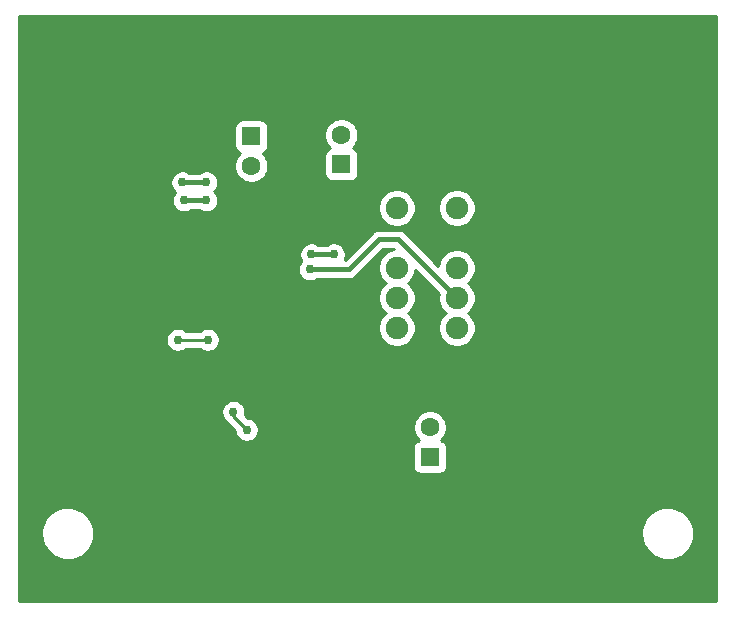
<source format=gbl>
G04 #@! TF.GenerationSoftware,KiCad,Pcbnew,(5.1.0)-1*
G04 #@! TF.CreationDate,2019-04-13T18:44:09-04:00*
G04 #@! TF.ProjectId,SCH1110 - IO Module PCB,53434831-3131-4302-902d-20494f204d6f,-*
G04 #@! TF.SameCoordinates,Original*
G04 #@! TF.FileFunction,Copper,L2,Bot*
G04 #@! TF.FilePolarity,Positive*
%FSLAX46Y46*%
G04 Gerber Fmt 4.6, Leading zero omitted, Abs format (unit mm)*
G04 Created by KiCad (PCBNEW (5.1.0)-1) date 2019-04-13 18:44:09*
%MOMM*%
%LPD*%
G04 APERTURE LIST*
%ADD10C,1.600000*%
%ADD11R,1.600000X1.600000*%
%ADD12C,1.905000*%
%ADD13C,0.762000*%
%ADD14C,0.254000*%
%ADD15C,0.381000*%
G04 APERTURE END LIST*
D10*
X137033000Y-86273000D03*
D11*
X137033000Y-88773000D03*
X121920000Y-61635000D03*
D10*
X121920000Y-64135000D03*
D12*
X139319000Y-67691000D03*
X139319000Y-72771000D03*
X139319000Y-75311000D03*
X139319000Y-77851000D03*
X134239000Y-77851000D03*
X134239000Y-72771000D03*
X134239000Y-75311000D03*
X134239000Y-67691000D03*
D11*
X129540000Y-64008000D03*
D10*
X129540000Y-61508000D03*
D13*
X109876000Y-81767000D03*
X117856000Y-75311000D03*
X113665000Y-75057000D03*
X131318000Y-85090000D03*
X123063000Y-79375000D03*
X105283000Y-80391000D03*
X115697000Y-78867000D03*
X118237000Y-78867000D03*
X120396000Y-84963000D03*
X121539000Y-86487000D03*
X128905000Y-71628000D03*
X127000000Y-71628000D03*
X118110000Y-65532000D03*
X116078000Y-65532000D03*
X116205000Y-67056000D03*
X118110000Y-67056000D03*
X126873000Y-72898000D03*
D14*
X115697000Y-78867000D02*
X118237000Y-78867000D01*
X120396000Y-84963000D02*
X120396000Y-85344000D01*
X120396000Y-85344000D02*
X121539000Y-86487000D01*
D15*
X128905000Y-71628000D02*
X127000000Y-71628000D01*
X118110000Y-65532000D02*
X116078000Y-65532000D01*
X118110000Y-67056000D02*
X116205000Y-67056000D01*
X130175000Y-72898000D02*
X128905000Y-72898000D01*
X132715000Y-70358000D02*
X130175000Y-72898000D01*
X139319000Y-75311000D02*
X134366000Y-70358000D01*
X134366000Y-70358000D02*
X132715000Y-70358000D01*
X128905000Y-72898000D02*
X126873000Y-72898000D01*
D14*
G36*
X161277301Y-100952300D02*
G01*
X102247700Y-100952300D01*
X102247700Y-95281488D01*
X104107520Y-95281488D01*
X104156582Y-95718882D01*
X104289666Y-96138418D01*
X104501704Y-96524114D01*
X104784619Y-96861279D01*
X105127635Y-97137071D01*
X105517687Y-97340985D01*
X105939918Y-97465254D01*
X106378244Y-97505145D01*
X106815971Y-97459138D01*
X107236425Y-97328986D01*
X107623592Y-97119646D01*
X107962724Y-96839091D01*
X108240904Y-96498009D01*
X108447536Y-96109390D01*
X108574750Y-95688037D01*
X108614612Y-95281488D01*
X154907520Y-95281488D01*
X154956582Y-95718882D01*
X155089666Y-96138418D01*
X155301704Y-96524114D01*
X155584619Y-96861279D01*
X155927635Y-97137071D01*
X156317687Y-97340985D01*
X156739918Y-97465254D01*
X157178244Y-97505145D01*
X157615971Y-97459138D01*
X158036425Y-97328986D01*
X158423592Y-97119646D01*
X158762724Y-96839091D01*
X159040904Y-96498009D01*
X159247536Y-96109390D01*
X159374750Y-95688037D01*
X159417700Y-95250000D01*
X159416821Y-95187031D01*
X159361657Y-94750364D01*
X159222728Y-94332728D01*
X159005325Y-93950030D01*
X158717730Y-93616848D01*
X158370897Y-93345872D01*
X157978036Y-93147423D01*
X157554111Y-93029062D01*
X157115271Y-92995295D01*
X156678229Y-93047409D01*
X156259633Y-93183419D01*
X155875427Y-93398144D01*
X155540245Y-93683406D01*
X155266854Y-94028340D01*
X155065668Y-94419806D01*
X154944350Y-94842893D01*
X154907520Y-95281488D01*
X108614612Y-95281488D01*
X108617700Y-95250000D01*
X108616821Y-95187031D01*
X108561657Y-94750364D01*
X108422728Y-94332728D01*
X108205325Y-93950030D01*
X107917730Y-93616848D01*
X107570897Y-93345872D01*
X107178036Y-93147423D01*
X106754111Y-93029062D01*
X106315271Y-92995295D01*
X105878229Y-93047409D01*
X105459633Y-93183419D01*
X105075427Y-93398144D01*
X104740245Y-93683406D01*
X104466854Y-94028340D01*
X104265668Y-94419806D01*
X104144350Y-94842893D01*
X104107520Y-95281488D01*
X102247700Y-95281488D01*
X102247700Y-87973000D01*
X135594928Y-87973000D01*
X135594928Y-89573000D01*
X135607188Y-89697482D01*
X135643498Y-89817180D01*
X135702463Y-89927494D01*
X135781815Y-90024185D01*
X135878506Y-90103537D01*
X135988820Y-90162502D01*
X136108518Y-90198812D01*
X136233000Y-90211072D01*
X137833000Y-90211072D01*
X137957482Y-90198812D01*
X138077180Y-90162502D01*
X138187494Y-90103537D01*
X138284185Y-90024185D01*
X138363537Y-89927494D01*
X138422502Y-89817180D01*
X138458812Y-89697482D01*
X138471072Y-89573000D01*
X138471072Y-87973000D01*
X138458812Y-87848518D01*
X138422502Y-87728820D01*
X138363537Y-87618506D01*
X138284185Y-87521815D01*
X138187494Y-87442463D01*
X138077180Y-87383498D01*
X137981057Y-87354339D01*
X138147637Y-87187759D01*
X138304680Y-86952727D01*
X138412853Y-86691574D01*
X138468000Y-86414335D01*
X138468000Y-86131665D01*
X138412853Y-85854426D01*
X138304680Y-85593273D01*
X138147637Y-85358241D01*
X137947759Y-85158363D01*
X137712727Y-85001320D01*
X137451574Y-84893147D01*
X137174335Y-84838000D01*
X136891665Y-84838000D01*
X136614426Y-84893147D01*
X136353273Y-85001320D01*
X136118241Y-85158363D01*
X135918363Y-85358241D01*
X135761320Y-85593273D01*
X135653147Y-85854426D01*
X135598000Y-86131665D01*
X135598000Y-86414335D01*
X135653147Y-86691574D01*
X135761320Y-86952727D01*
X135918363Y-87187759D01*
X136084943Y-87354339D01*
X135988820Y-87383498D01*
X135878506Y-87442463D01*
X135781815Y-87521815D01*
X135702463Y-87618506D01*
X135643498Y-87728820D01*
X135607188Y-87848518D01*
X135594928Y-87973000D01*
X102247700Y-87973000D01*
X102247700Y-84862933D01*
X119380000Y-84862933D01*
X119380000Y-85063067D01*
X119419044Y-85259356D01*
X119495632Y-85444256D01*
X119606821Y-85610662D01*
X119748338Y-85752179D01*
X119751164Y-85754067D01*
X119759355Y-85769392D01*
X119854578Y-85885422D01*
X119883652Y-85909282D01*
X120523000Y-86548631D01*
X120523000Y-86587067D01*
X120562044Y-86783356D01*
X120638632Y-86968256D01*
X120749821Y-87134662D01*
X120891338Y-87276179D01*
X121057744Y-87387368D01*
X121242644Y-87463956D01*
X121438933Y-87503000D01*
X121639067Y-87503000D01*
X121835356Y-87463956D01*
X122020256Y-87387368D01*
X122186662Y-87276179D01*
X122328179Y-87134662D01*
X122439368Y-86968256D01*
X122515956Y-86783356D01*
X122555000Y-86587067D01*
X122555000Y-86386933D01*
X122515956Y-86190644D01*
X122439368Y-86005744D01*
X122328179Y-85839338D01*
X122186662Y-85697821D01*
X122020256Y-85586632D01*
X121835356Y-85510044D01*
X121639067Y-85471000D01*
X121600631Y-85471000D01*
X121375616Y-85245985D01*
X121412000Y-85063067D01*
X121412000Y-84862933D01*
X121372956Y-84666644D01*
X121296368Y-84481744D01*
X121185179Y-84315338D01*
X121043662Y-84173821D01*
X120877256Y-84062632D01*
X120692356Y-83986044D01*
X120496067Y-83947000D01*
X120295933Y-83947000D01*
X120099644Y-83986044D01*
X119914744Y-84062632D01*
X119748338Y-84173821D01*
X119606821Y-84315338D01*
X119495632Y-84481744D01*
X119419044Y-84666644D01*
X119380000Y-84862933D01*
X102247700Y-84862933D01*
X102247700Y-78766933D01*
X114681000Y-78766933D01*
X114681000Y-78967067D01*
X114720044Y-79163356D01*
X114796632Y-79348256D01*
X114907821Y-79514662D01*
X115049338Y-79656179D01*
X115215744Y-79767368D01*
X115400644Y-79843956D01*
X115596933Y-79883000D01*
X115797067Y-79883000D01*
X115993356Y-79843956D01*
X116178256Y-79767368D01*
X116344662Y-79656179D01*
X116371841Y-79629000D01*
X117562159Y-79629000D01*
X117589338Y-79656179D01*
X117755744Y-79767368D01*
X117940644Y-79843956D01*
X118136933Y-79883000D01*
X118337067Y-79883000D01*
X118533356Y-79843956D01*
X118718256Y-79767368D01*
X118884662Y-79656179D01*
X119026179Y-79514662D01*
X119137368Y-79348256D01*
X119213956Y-79163356D01*
X119253000Y-78967067D01*
X119253000Y-78766933D01*
X119213956Y-78570644D01*
X119137368Y-78385744D01*
X119026179Y-78219338D01*
X118884662Y-78077821D01*
X118718256Y-77966632D01*
X118533356Y-77890044D01*
X118337067Y-77851000D01*
X118136933Y-77851000D01*
X117940644Y-77890044D01*
X117755744Y-77966632D01*
X117589338Y-78077821D01*
X117562159Y-78105000D01*
X116371841Y-78105000D01*
X116344662Y-78077821D01*
X116178256Y-77966632D01*
X115993356Y-77890044D01*
X115797067Y-77851000D01*
X115596933Y-77851000D01*
X115400644Y-77890044D01*
X115215744Y-77966632D01*
X115049338Y-78077821D01*
X114907821Y-78219338D01*
X114796632Y-78385744D01*
X114720044Y-78570644D01*
X114681000Y-78766933D01*
X102247700Y-78766933D01*
X102247700Y-72797933D01*
X125857000Y-72797933D01*
X125857000Y-72998067D01*
X125896044Y-73194356D01*
X125972632Y-73379256D01*
X126083821Y-73545662D01*
X126225338Y-73687179D01*
X126391744Y-73798368D01*
X126576644Y-73874956D01*
X126772933Y-73914000D01*
X126973067Y-73914000D01*
X127169356Y-73874956D01*
X127354256Y-73798368D01*
X127466304Y-73723500D01*
X130134450Y-73723500D01*
X130175000Y-73727494D01*
X130215550Y-73723500D01*
X130215553Y-73723500D01*
X130336826Y-73711556D01*
X130492434Y-73664353D01*
X130635842Y-73587699D01*
X130761541Y-73484541D01*
X130787398Y-73453034D01*
X133056933Y-71183500D01*
X134024068Y-71183500D01*
X134033786Y-71193219D01*
X133775943Y-71244507D01*
X133487037Y-71364176D01*
X133227028Y-71537908D01*
X133005908Y-71759028D01*
X132832176Y-72019037D01*
X132712507Y-72307943D01*
X132651500Y-72614645D01*
X132651500Y-72927355D01*
X132712507Y-73234057D01*
X132832176Y-73522963D01*
X133005908Y-73782972D01*
X133227028Y-74004092D01*
X133282265Y-74041000D01*
X133227028Y-74077908D01*
X133005908Y-74299028D01*
X132832176Y-74559037D01*
X132712507Y-74847943D01*
X132651500Y-75154645D01*
X132651500Y-75467355D01*
X132712507Y-75774057D01*
X132832176Y-76062963D01*
X133005908Y-76322972D01*
X133227028Y-76544092D01*
X133282265Y-76581000D01*
X133227028Y-76617908D01*
X133005908Y-76839028D01*
X132832176Y-77099037D01*
X132712507Y-77387943D01*
X132651500Y-77694645D01*
X132651500Y-78007355D01*
X132712507Y-78314057D01*
X132832176Y-78602963D01*
X133005908Y-78862972D01*
X133227028Y-79084092D01*
X133487037Y-79257824D01*
X133775943Y-79377493D01*
X134082645Y-79438500D01*
X134395355Y-79438500D01*
X134702057Y-79377493D01*
X134990963Y-79257824D01*
X135250972Y-79084092D01*
X135472092Y-78862972D01*
X135645824Y-78602963D01*
X135765493Y-78314057D01*
X135826500Y-78007355D01*
X135826500Y-77694645D01*
X135765493Y-77387943D01*
X135645824Y-77099037D01*
X135472092Y-76839028D01*
X135250972Y-76617908D01*
X135195735Y-76581000D01*
X135250972Y-76544092D01*
X135472092Y-76322972D01*
X135645824Y-76062963D01*
X135765493Y-75774057D01*
X135826500Y-75467355D01*
X135826500Y-75154645D01*
X135765493Y-74847943D01*
X135645824Y-74559037D01*
X135472092Y-74299028D01*
X135250972Y-74077908D01*
X135195735Y-74041000D01*
X135250972Y-74004092D01*
X135472092Y-73782972D01*
X135645824Y-73522963D01*
X135765493Y-73234057D01*
X135816781Y-72976214D01*
X137775253Y-74934686D01*
X137731500Y-75154645D01*
X137731500Y-75467355D01*
X137792507Y-75774057D01*
X137912176Y-76062963D01*
X138085908Y-76322972D01*
X138307028Y-76544092D01*
X138362265Y-76581000D01*
X138307028Y-76617908D01*
X138085908Y-76839028D01*
X137912176Y-77099037D01*
X137792507Y-77387943D01*
X137731500Y-77694645D01*
X137731500Y-78007355D01*
X137792507Y-78314057D01*
X137912176Y-78602963D01*
X138085908Y-78862972D01*
X138307028Y-79084092D01*
X138567037Y-79257824D01*
X138855943Y-79377493D01*
X139162645Y-79438500D01*
X139475355Y-79438500D01*
X139782057Y-79377493D01*
X140070963Y-79257824D01*
X140330972Y-79084092D01*
X140552092Y-78862972D01*
X140725824Y-78602963D01*
X140845493Y-78314057D01*
X140906500Y-78007355D01*
X140906500Y-77694645D01*
X140845493Y-77387943D01*
X140725824Y-77099037D01*
X140552092Y-76839028D01*
X140330972Y-76617908D01*
X140275735Y-76581000D01*
X140330972Y-76544092D01*
X140552092Y-76322972D01*
X140725824Y-76062963D01*
X140845493Y-75774057D01*
X140906500Y-75467355D01*
X140906500Y-75154645D01*
X140845493Y-74847943D01*
X140725824Y-74559037D01*
X140552092Y-74299028D01*
X140330972Y-74077908D01*
X140275735Y-74041000D01*
X140330972Y-74004092D01*
X140552092Y-73782972D01*
X140725824Y-73522963D01*
X140845493Y-73234057D01*
X140906500Y-72927355D01*
X140906500Y-72614645D01*
X140845493Y-72307943D01*
X140725824Y-72019037D01*
X140552092Y-71759028D01*
X140330972Y-71537908D01*
X140070963Y-71364176D01*
X139782057Y-71244507D01*
X139475355Y-71183500D01*
X139162645Y-71183500D01*
X138855943Y-71244507D01*
X138567037Y-71364176D01*
X138307028Y-71537908D01*
X138085908Y-71759028D01*
X137912176Y-72019037D01*
X137792507Y-72307943D01*
X137741219Y-72565786D01*
X134978398Y-69802966D01*
X134952541Y-69771459D01*
X134826842Y-69668301D01*
X134683434Y-69591647D01*
X134527826Y-69544444D01*
X134406553Y-69532500D01*
X134406550Y-69532500D01*
X134366000Y-69528506D01*
X134325450Y-69532500D01*
X132755542Y-69532500D01*
X132714999Y-69528507D01*
X132674456Y-69532500D01*
X132674447Y-69532500D01*
X132553174Y-69544444D01*
X132397566Y-69591647D01*
X132263417Y-69663352D01*
X132254156Y-69668302D01*
X132198033Y-69714361D01*
X132128459Y-69771459D01*
X132102606Y-69802961D01*
X129833068Y-72072500D01*
X129820593Y-72072500D01*
X129881956Y-71924356D01*
X129921000Y-71728067D01*
X129921000Y-71527933D01*
X129881956Y-71331644D01*
X129805368Y-71146744D01*
X129694179Y-70980338D01*
X129552662Y-70838821D01*
X129386256Y-70727632D01*
X129201356Y-70651044D01*
X129005067Y-70612000D01*
X128804933Y-70612000D01*
X128608644Y-70651044D01*
X128423744Y-70727632D01*
X128311696Y-70802500D01*
X127593304Y-70802500D01*
X127481256Y-70727632D01*
X127296356Y-70651044D01*
X127100067Y-70612000D01*
X126899933Y-70612000D01*
X126703644Y-70651044D01*
X126518744Y-70727632D01*
X126352338Y-70838821D01*
X126210821Y-70980338D01*
X126099632Y-71146744D01*
X126023044Y-71331644D01*
X125984000Y-71527933D01*
X125984000Y-71728067D01*
X126023044Y-71924356D01*
X126099632Y-72109256D01*
X126149809Y-72184350D01*
X126083821Y-72250338D01*
X125972632Y-72416744D01*
X125896044Y-72601644D01*
X125857000Y-72797933D01*
X102247700Y-72797933D01*
X102247700Y-65431933D01*
X115062000Y-65431933D01*
X115062000Y-65632067D01*
X115101044Y-65828356D01*
X115177632Y-66013256D01*
X115288821Y-66179662D01*
X115430338Y-66321179D01*
X115473884Y-66350275D01*
X115415821Y-66408338D01*
X115304632Y-66574744D01*
X115228044Y-66759644D01*
X115189000Y-66955933D01*
X115189000Y-67156067D01*
X115228044Y-67352356D01*
X115304632Y-67537256D01*
X115415821Y-67703662D01*
X115557338Y-67845179D01*
X115723744Y-67956368D01*
X115908644Y-68032956D01*
X116104933Y-68072000D01*
X116305067Y-68072000D01*
X116501356Y-68032956D01*
X116686256Y-67956368D01*
X116798304Y-67881500D01*
X117516696Y-67881500D01*
X117628744Y-67956368D01*
X117813644Y-68032956D01*
X118009933Y-68072000D01*
X118210067Y-68072000D01*
X118406356Y-68032956D01*
X118591256Y-67956368D01*
X118757662Y-67845179D01*
X118899179Y-67703662D01*
X119010368Y-67537256D01*
X119011449Y-67534645D01*
X132651500Y-67534645D01*
X132651500Y-67847355D01*
X132712507Y-68154057D01*
X132832176Y-68442963D01*
X133005908Y-68702972D01*
X133227028Y-68924092D01*
X133487037Y-69097824D01*
X133775943Y-69217493D01*
X134082645Y-69278500D01*
X134395355Y-69278500D01*
X134702057Y-69217493D01*
X134990963Y-69097824D01*
X135250972Y-68924092D01*
X135472092Y-68702972D01*
X135645824Y-68442963D01*
X135765493Y-68154057D01*
X135826500Y-67847355D01*
X135826500Y-67534645D01*
X137731500Y-67534645D01*
X137731500Y-67847355D01*
X137792507Y-68154057D01*
X137912176Y-68442963D01*
X138085908Y-68702972D01*
X138307028Y-68924092D01*
X138567037Y-69097824D01*
X138855943Y-69217493D01*
X139162645Y-69278500D01*
X139475355Y-69278500D01*
X139782057Y-69217493D01*
X140070963Y-69097824D01*
X140330972Y-68924092D01*
X140552092Y-68702972D01*
X140725824Y-68442963D01*
X140845493Y-68154057D01*
X140906500Y-67847355D01*
X140906500Y-67534645D01*
X140845493Y-67227943D01*
X140725824Y-66939037D01*
X140552092Y-66679028D01*
X140330972Y-66457908D01*
X140070963Y-66284176D01*
X139782057Y-66164507D01*
X139475355Y-66103500D01*
X139162645Y-66103500D01*
X138855943Y-66164507D01*
X138567037Y-66284176D01*
X138307028Y-66457908D01*
X138085908Y-66679028D01*
X137912176Y-66939037D01*
X137792507Y-67227943D01*
X137731500Y-67534645D01*
X135826500Y-67534645D01*
X135765493Y-67227943D01*
X135645824Y-66939037D01*
X135472092Y-66679028D01*
X135250972Y-66457908D01*
X134990963Y-66284176D01*
X134702057Y-66164507D01*
X134395355Y-66103500D01*
X134082645Y-66103500D01*
X133775943Y-66164507D01*
X133487037Y-66284176D01*
X133227028Y-66457908D01*
X133005908Y-66679028D01*
X132832176Y-66939037D01*
X132712507Y-67227943D01*
X132651500Y-67534645D01*
X119011449Y-67534645D01*
X119086956Y-67352356D01*
X119126000Y-67156067D01*
X119126000Y-66955933D01*
X119086956Y-66759644D01*
X119010368Y-66574744D01*
X118899179Y-66408338D01*
X118784841Y-66294000D01*
X118899179Y-66179662D01*
X119010368Y-66013256D01*
X119086956Y-65828356D01*
X119126000Y-65632067D01*
X119126000Y-65431933D01*
X119086956Y-65235644D01*
X119010368Y-65050744D01*
X118899179Y-64884338D01*
X118757662Y-64742821D01*
X118591256Y-64631632D01*
X118406356Y-64555044D01*
X118210067Y-64516000D01*
X118009933Y-64516000D01*
X117813644Y-64555044D01*
X117628744Y-64631632D01*
X117516696Y-64706500D01*
X116671304Y-64706500D01*
X116559256Y-64631632D01*
X116374356Y-64555044D01*
X116178067Y-64516000D01*
X115977933Y-64516000D01*
X115781644Y-64555044D01*
X115596744Y-64631632D01*
X115430338Y-64742821D01*
X115288821Y-64884338D01*
X115177632Y-65050744D01*
X115101044Y-65235644D01*
X115062000Y-65431933D01*
X102247700Y-65431933D01*
X102247700Y-60835000D01*
X120481928Y-60835000D01*
X120481928Y-62435000D01*
X120494188Y-62559482D01*
X120530498Y-62679180D01*
X120589463Y-62789494D01*
X120668815Y-62886185D01*
X120765506Y-62965537D01*
X120875820Y-63024502D01*
X120971943Y-63053661D01*
X120805363Y-63220241D01*
X120648320Y-63455273D01*
X120540147Y-63716426D01*
X120485000Y-63993665D01*
X120485000Y-64276335D01*
X120540147Y-64553574D01*
X120648320Y-64814727D01*
X120805363Y-65049759D01*
X121005241Y-65249637D01*
X121240273Y-65406680D01*
X121501426Y-65514853D01*
X121778665Y-65570000D01*
X122061335Y-65570000D01*
X122338574Y-65514853D01*
X122599727Y-65406680D01*
X122834759Y-65249637D01*
X123034637Y-65049759D01*
X123191680Y-64814727D01*
X123299853Y-64553574D01*
X123355000Y-64276335D01*
X123355000Y-63993665D01*
X123299853Y-63716426D01*
X123191680Y-63455273D01*
X123034637Y-63220241D01*
X123022396Y-63208000D01*
X128101928Y-63208000D01*
X128101928Y-64808000D01*
X128114188Y-64932482D01*
X128150498Y-65052180D01*
X128209463Y-65162494D01*
X128288815Y-65259185D01*
X128385506Y-65338537D01*
X128495820Y-65397502D01*
X128615518Y-65433812D01*
X128740000Y-65446072D01*
X130340000Y-65446072D01*
X130464482Y-65433812D01*
X130584180Y-65397502D01*
X130694494Y-65338537D01*
X130791185Y-65259185D01*
X130870537Y-65162494D01*
X130929502Y-65052180D01*
X130965812Y-64932482D01*
X130978072Y-64808000D01*
X130978072Y-63208000D01*
X130965812Y-63083518D01*
X130929502Y-62963820D01*
X130870537Y-62853506D01*
X130791185Y-62756815D01*
X130694494Y-62677463D01*
X130584180Y-62618498D01*
X130488057Y-62589339D01*
X130654637Y-62422759D01*
X130811680Y-62187727D01*
X130919853Y-61926574D01*
X130975000Y-61649335D01*
X130975000Y-61366665D01*
X130919853Y-61089426D01*
X130811680Y-60828273D01*
X130654637Y-60593241D01*
X130454759Y-60393363D01*
X130219727Y-60236320D01*
X129958574Y-60128147D01*
X129681335Y-60073000D01*
X129398665Y-60073000D01*
X129121426Y-60128147D01*
X128860273Y-60236320D01*
X128625241Y-60393363D01*
X128425363Y-60593241D01*
X128268320Y-60828273D01*
X128160147Y-61089426D01*
X128105000Y-61366665D01*
X128105000Y-61649335D01*
X128160147Y-61926574D01*
X128268320Y-62187727D01*
X128425363Y-62422759D01*
X128591943Y-62589339D01*
X128495820Y-62618498D01*
X128385506Y-62677463D01*
X128288815Y-62756815D01*
X128209463Y-62853506D01*
X128150498Y-62963820D01*
X128114188Y-63083518D01*
X128101928Y-63208000D01*
X123022396Y-63208000D01*
X122868057Y-63053661D01*
X122964180Y-63024502D01*
X123074494Y-62965537D01*
X123171185Y-62886185D01*
X123250537Y-62789494D01*
X123309502Y-62679180D01*
X123345812Y-62559482D01*
X123358072Y-62435000D01*
X123358072Y-60835000D01*
X123345812Y-60710518D01*
X123309502Y-60590820D01*
X123250537Y-60480506D01*
X123171185Y-60383815D01*
X123074494Y-60304463D01*
X122964180Y-60245498D01*
X122844482Y-60209188D01*
X122720000Y-60196928D01*
X121120000Y-60196928D01*
X120995518Y-60209188D01*
X120875820Y-60245498D01*
X120765506Y-60304463D01*
X120668815Y-60383815D01*
X120589463Y-60480506D01*
X120530498Y-60590820D01*
X120494188Y-60710518D01*
X120481928Y-60835000D01*
X102247700Y-60835000D01*
X102247700Y-51447700D01*
X161277300Y-51447700D01*
X161277301Y-100952300D01*
X161277301Y-100952300D01*
G37*
X161277301Y-100952300D02*
X102247700Y-100952300D01*
X102247700Y-95281488D01*
X104107520Y-95281488D01*
X104156582Y-95718882D01*
X104289666Y-96138418D01*
X104501704Y-96524114D01*
X104784619Y-96861279D01*
X105127635Y-97137071D01*
X105517687Y-97340985D01*
X105939918Y-97465254D01*
X106378244Y-97505145D01*
X106815971Y-97459138D01*
X107236425Y-97328986D01*
X107623592Y-97119646D01*
X107962724Y-96839091D01*
X108240904Y-96498009D01*
X108447536Y-96109390D01*
X108574750Y-95688037D01*
X108614612Y-95281488D01*
X154907520Y-95281488D01*
X154956582Y-95718882D01*
X155089666Y-96138418D01*
X155301704Y-96524114D01*
X155584619Y-96861279D01*
X155927635Y-97137071D01*
X156317687Y-97340985D01*
X156739918Y-97465254D01*
X157178244Y-97505145D01*
X157615971Y-97459138D01*
X158036425Y-97328986D01*
X158423592Y-97119646D01*
X158762724Y-96839091D01*
X159040904Y-96498009D01*
X159247536Y-96109390D01*
X159374750Y-95688037D01*
X159417700Y-95250000D01*
X159416821Y-95187031D01*
X159361657Y-94750364D01*
X159222728Y-94332728D01*
X159005325Y-93950030D01*
X158717730Y-93616848D01*
X158370897Y-93345872D01*
X157978036Y-93147423D01*
X157554111Y-93029062D01*
X157115271Y-92995295D01*
X156678229Y-93047409D01*
X156259633Y-93183419D01*
X155875427Y-93398144D01*
X155540245Y-93683406D01*
X155266854Y-94028340D01*
X155065668Y-94419806D01*
X154944350Y-94842893D01*
X154907520Y-95281488D01*
X108614612Y-95281488D01*
X108617700Y-95250000D01*
X108616821Y-95187031D01*
X108561657Y-94750364D01*
X108422728Y-94332728D01*
X108205325Y-93950030D01*
X107917730Y-93616848D01*
X107570897Y-93345872D01*
X107178036Y-93147423D01*
X106754111Y-93029062D01*
X106315271Y-92995295D01*
X105878229Y-93047409D01*
X105459633Y-93183419D01*
X105075427Y-93398144D01*
X104740245Y-93683406D01*
X104466854Y-94028340D01*
X104265668Y-94419806D01*
X104144350Y-94842893D01*
X104107520Y-95281488D01*
X102247700Y-95281488D01*
X102247700Y-87973000D01*
X135594928Y-87973000D01*
X135594928Y-89573000D01*
X135607188Y-89697482D01*
X135643498Y-89817180D01*
X135702463Y-89927494D01*
X135781815Y-90024185D01*
X135878506Y-90103537D01*
X135988820Y-90162502D01*
X136108518Y-90198812D01*
X136233000Y-90211072D01*
X137833000Y-90211072D01*
X137957482Y-90198812D01*
X138077180Y-90162502D01*
X138187494Y-90103537D01*
X138284185Y-90024185D01*
X138363537Y-89927494D01*
X138422502Y-89817180D01*
X138458812Y-89697482D01*
X138471072Y-89573000D01*
X138471072Y-87973000D01*
X138458812Y-87848518D01*
X138422502Y-87728820D01*
X138363537Y-87618506D01*
X138284185Y-87521815D01*
X138187494Y-87442463D01*
X138077180Y-87383498D01*
X137981057Y-87354339D01*
X138147637Y-87187759D01*
X138304680Y-86952727D01*
X138412853Y-86691574D01*
X138468000Y-86414335D01*
X138468000Y-86131665D01*
X138412853Y-85854426D01*
X138304680Y-85593273D01*
X138147637Y-85358241D01*
X137947759Y-85158363D01*
X137712727Y-85001320D01*
X137451574Y-84893147D01*
X137174335Y-84838000D01*
X136891665Y-84838000D01*
X136614426Y-84893147D01*
X136353273Y-85001320D01*
X136118241Y-85158363D01*
X135918363Y-85358241D01*
X135761320Y-85593273D01*
X135653147Y-85854426D01*
X135598000Y-86131665D01*
X135598000Y-86414335D01*
X135653147Y-86691574D01*
X135761320Y-86952727D01*
X135918363Y-87187759D01*
X136084943Y-87354339D01*
X135988820Y-87383498D01*
X135878506Y-87442463D01*
X135781815Y-87521815D01*
X135702463Y-87618506D01*
X135643498Y-87728820D01*
X135607188Y-87848518D01*
X135594928Y-87973000D01*
X102247700Y-87973000D01*
X102247700Y-84862933D01*
X119380000Y-84862933D01*
X119380000Y-85063067D01*
X119419044Y-85259356D01*
X119495632Y-85444256D01*
X119606821Y-85610662D01*
X119748338Y-85752179D01*
X119751164Y-85754067D01*
X119759355Y-85769392D01*
X119854578Y-85885422D01*
X119883652Y-85909282D01*
X120523000Y-86548631D01*
X120523000Y-86587067D01*
X120562044Y-86783356D01*
X120638632Y-86968256D01*
X120749821Y-87134662D01*
X120891338Y-87276179D01*
X121057744Y-87387368D01*
X121242644Y-87463956D01*
X121438933Y-87503000D01*
X121639067Y-87503000D01*
X121835356Y-87463956D01*
X122020256Y-87387368D01*
X122186662Y-87276179D01*
X122328179Y-87134662D01*
X122439368Y-86968256D01*
X122515956Y-86783356D01*
X122555000Y-86587067D01*
X122555000Y-86386933D01*
X122515956Y-86190644D01*
X122439368Y-86005744D01*
X122328179Y-85839338D01*
X122186662Y-85697821D01*
X122020256Y-85586632D01*
X121835356Y-85510044D01*
X121639067Y-85471000D01*
X121600631Y-85471000D01*
X121375616Y-85245985D01*
X121412000Y-85063067D01*
X121412000Y-84862933D01*
X121372956Y-84666644D01*
X121296368Y-84481744D01*
X121185179Y-84315338D01*
X121043662Y-84173821D01*
X120877256Y-84062632D01*
X120692356Y-83986044D01*
X120496067Y-83947000D01*
X120295933Y-83947000D01*
X120099644Y-83986044D01*
X119914744Y-84062632D01*
X119748338Y-84173821D01*
X119606821Y-84315338D01*
X119495632Y-84481744D01*
X119419044Y-84666644D01*
X119380000Y-84862933D01*
X102247700Y-84862933D01*
X102247700Y-78766933D01*
X114681000Y-78766933D01*
X114681000Y-78967067D01*
X114720044Y-79163356D01*
X114796632Y-79348256D01*
X114907821Y-79514662D01*
X115049338Y-79656179D01*
X115215744Y-79767368D01*
X115400644Y-79843956D01*
X115596933Y-79883000D01*
X115797067Y-79883000D01*
X115993356Y-79843956D01*
X116178256Y-79767368D01*
X116344662Y-79656179D01*
X116371841Y-79629000D01*
X117562159Y-79629000D01*
X117589338Y-79656179D01*
X117755744Y-79767368D01*
X117940644Y-79843956D01*
X118136933Y-79883000D01*
X118337067Y-79883000D01*
X118533356Y-79843956D01*
X118718256Y-79767368D01*
X118884662Y-79656179D01*
X119026179Y-79514662D01*
X119137368Y-79348256D01*
X119213956Y-79163356D01*
X119253000Y-78967067D01*
X119253000Y-78766933D01*
X119213956Y-78570644D01*
X119137368Y-78385744D01*
X119026179Y-78219338D01*
X118884662Y-78077821D01*
X118718256Y-77966632D01*
X118533356Y-77890044D01*
X118337067Y-77851000D01*
X118136933Y-77851000D01*
X117940644Y-77890044D01*
X117755744Y-77966632D01*
X117589338Y-78077821D01*
X117562159Y-78105000D01*
X116371841Y-78105000D01*
X116344662Y-78077821D01*
X116178256Y-77966632D01*
X115993356Y-77890044D01*
X115797067Y-77851000D01*
X115596933Y-77851000D01*
X115400644Y-77890044D01*
X115215744Y-77966632D01*
X115049338Y-78077821D01*
X114907821Y-78219338D01*
X114796632Y-78385744D01*
X114720044Y-78570644D01*
X114681000Y-78766933D01*
X102247700Y-78766933D01*
X102247700Y-72797933D01*
X125857000Y-72797933D01*
X125857000Y-72998067D01*
X125896044Y-73194356D01*
X125972632Y-73379256D01*
X126083821Y-73545662D01*
X126225338Y-73687179D01*
X126391744Y-73798368D01*
X126576644Y-73874956D01*
X126772933Y-73914000D01*
X126973067Y-73914000D01*
X127169356Y-73874956D01*
X127354256Y-73798368D01*
X127466304Y-73723500D01*
X130134450Y-73723500D01*
X130175000Y-73727494D01*
X130215550Y-73723500D01*
X130215553Y-73723500D01*
X130336826Y-73711556D01*
X130492434Y-73664353D01*
X130635842Y-73587699D01*
X130761541Y-73484541D01*
X130787398Y-73453034D01*
X133056933Y-71183500D01*
X134024068Y-71183500D01*
X134033786Y-71193219D01*
X133775943Y-71244507D01*
X133487037Y-71364176D01*
X133227028Y-71537908D01*
X133005908Y-71759028D01*
X132832176Y-72019037D01*
X132712507Y-72307943D01*
X132651500Y-72614645D01*
X132651500Y-72927355D01*
X132712507Y-73234057D01*
X132832176Y-73522963D01*
X133005908Y-73782972D01*
X133227028Y-74004092D01*
X133282265Y-74041000D01*
X133227028Y-74077908D01*
X133005908Y-74299028D01*
X132832176Y-74559037D01*
X132712507Y-74847943D01*
X132651500Y-75154645D01*
X132651500Y-75467355D01*
X132712507Y-75774057D01*
X132832176Y-76062963D01*
X133005908Y-76322972D01*
X133227028Y-76544092D01*
X133282265Y-76581000D01*
X133227028Y-76617908D01*
X133005908Y-76839028D01*
X132832176Y-77099037D01*
X132712507Y-77387943D01*
X132651500Y-77694645D01*
X132651500Y-78007355D01*
X132712507Y-78314057D01*
X132832176Y-78602963D01*
X133005908Y-78862972D01*
X133227028Y-79084092D01*
X133487037Y-79257824D01*
X133775943Y-79377493D01*
X134082645Y-79438500D01*
X134395355Y-79438500D01*
X134702057Y-79377493D01*
X134990963Y-79257824D01*
X135250972Y-79084092D01*
X135472092Y-78862972D01*
X135645824Y-78602963D01*
X135765493Y-78314057D01*
X135826500Y-78007355D01*
X135826500Y-77694645D01*
X135765493Y-77387943D01*
X135645824Y-77099037D01*
X135472092Y-76839028D01*
X135250972Y-76617908D01*
X135195735Y-76581000D01*
X135250972Y-76544092D01*
X135472092Y-76322972D01*
X135645824Y-76062963D01*
X135765493Y-75774057D01*
X135826500Y-75467355D01*
X135826500Y-75154645D01*
X135765493Y-74847943D01*
X135645824Y-74559037D01*
X135472092Y-74299028D01*
X135250972Y-74077908D01*
X135195735Y-74041000D01*
X135250972Y-74004092D01*
X135472092Y-73782972D01*
X135645824Y-73522963D01*
X135765493Y-73234057D01*
X135816781Y-72976214D01*
X137775253Y-74934686D01*
X137731500Y-75154645D01*
X137731500Y-75467355D01*
X137792507Y-75774057D01*
X137912176Y-76062963D01*
X138085908Y-76322972D01*
X138307028Y-76544092D01*
X138362265Y-76581000D01*
X138307028Y-76617908D01*
X138085908Y-76839028D01*
X137912176Y-77099037D01*
X137792507Y-77387943D01*
X137731500Y-77694645D01*
X137731500Y-78007355D01*
X137792507Y-78314057D01*
X137912176Y-78602963D01*
X138085908Y-78862972D01*
X138307028Y-79084092D01*
X138567037Y-79257824D01*
X138855943Y-79377493D01*
X139162645Y-79438500D01*
X139475355Y-79438500D01*
X139782057Y-79377493D01*
X140070963Y-79257824D01*
X140330972Y-79084092D01*
X140552092Y-78862972D01*
X140725824Y-78602963D01*
X140845493Y-78314057D01*
X140906500Y-78007355D01*
X140906500Y-77694645D01*
X140845493Y-77387943D01*
X140725824Y-77099037D01*
X140552092Y-76839028D01*
X140330972Y-76617908D01*
X140275735Y-76581000D01*
X140330972Y-76544092D01*
X140552092Y-76322972D01*
X140725824Y-76062963D01*
X140845493Y-75774057D01*
X140906500Y-75467355D01*
X140906500Y-75154645D01*
X140845493Y-74847943D01*
X140725824Y-74559037D01*
X140552092Y-74299028D01*
X140330972Y-74077908D01*
X140275735Y-74041000D01*
X140330972Y-74004092D01*
X140552092Y-73782972D01*
X140725824Y-73522963D01*
X140845493Y-73234057D01*
X140906500Y-72927355D01*
X140906500Y-72614645D01*
X140845493Y-72307943D01*
X140725824Y-72019037D01*
X140552092Y-71759028D01*
X140330972Y-71537908D01*
X140070963Y-71364176D01*
X139782057Y-71244507D01*
X139475355Y-71183500D01*
X139162645Y-71183500D01*
X138855943Y-71244507D01*
X138567037Y-71364176D01*
X138307028Y-71537908D01*
X138085908Y-71759028D01*
X137912176Y-72019037D01*
X137792507Y-72307943D01*
X137741219Y-72565786D01*
X134978398Y-69802966D01*
X134952541Y-69771459D01*
X134826842Y-69668301D01*
X134683434Y-69591647D01*
X134527826Y-69544444D01*
X134406553Y-69532500D01*
X134406550Y-69532500D01*
X134366000Y-69528506D01*
X134325450Y-69532500D01*
X132755542Y-69532500D01*
X132714999Y-69528507D01*
X132674456Y-69532500D01*
X132674447Y-69532500D01*
X132553174Y-69544444D01*
X132397566Y-69591647D01*
X132263417Y-69663352D01*
X132254156Y-69668302D01*
X132198033Y-69714361D01*
X132128459Y-69771459D01*
X132102606Y-69802961D01*
X129833068Y-72072500D01*
X129820593Y-72072500D01*
X129881956Y-71924356D01*
X129921000Y-71728067D01*
X129921000Y-71527933D01*
X129881956Y-71331644D01*
X129805368Y-71146744D01*
X129694179Y-70980338D01*
X129552662Y-70838821D01*
X129386256Y-70727632D01*
X129201356Y-70651044D01*
X129005067Y-70612000D01*
X128804933Y-70612000D01*
X128608644Y-70651044D01*
X128423744Y-70727632D01*
X128311696Y-70802500D01*
X127593304Y-70802500D01*
X127481256Y-70727632D01*
X127296356Y-70651044D01*
X127100067Y-70612000D01*
X126899933Y-70612000D01*
X126703644Y-70651044D01*
X126518744Y-70727632D01*
X126352338Y-70838821D01*
X126210821Y-70980338D01*
X126099632Y-71146744D01*
X126023044Y-71331644D01*
X125984000Y-71527933D01*
X125984000Y-71728067D01*
X126023044Y-71924356D01*
X126099632Y-72109256D01*
X126149809Y-72184350D01*
X126083821Y-72250338D01*
X125972632Y-72416744D01*
X125896044Y-72601644D01*
X125857000Y-72797933D01*
X102247700Y-72797933D01*
X102247700Y-65431933D01*
X115062000Y-65431933D01*
X115062000Y-65632067D01*
X115101044Y-65828356D01*
X115177632Y-66013256D01*
X115288821Y-66179662D01*
X115430338Y-66321179D01*
X115473884Y-66350275D01*
X115415821Y-66408338D01*
X115304632Y-66574744D01*
X115228044Y-66759644D01*
X115189000Y-66955933D01*
X115189000Y-67156067D01*
X115228044Y-67352356D01*
X115304632Y-67537256D01*
X115415821Y-67703662D01*
X115557338Y-67845179D01*
X115723744Y-67956368D01*
X115908644Y-68032956D01*
X116104933Y-68072000D01*
X116305067Y-68072000D01*
X116501356Y-68032956D01*
X116686256Y-67956368D01*
X116798304Y-67881500D01*
X117516696Y-67881500D01*
X117628744Y-67956368D01*
X117813644Y-68032956D01*
X118009933Y-68072000D01*
X118210067Y-68072000D01*
X118406356Y-68032956D01*
X118591256Y-67956368D01*
X118757662Y-67845179D01*
X118899179Y-67703662D01*
X119010368Y-67537256D01*
X119011449Y-67534645D01*
X132651500Y-67534645D01*
X132651500Y-67847355D01*
X132712507Y-68154057D01*
X132832176Y-68442963D01*
X133005908Y-68702972D01*
X133227028Y-68924092D01*
X133487037Y-69097824D01*
X133775943Y-69217493D01*
X134082645Y-69278500D01*
X134395355Y-69278500D01*
X134702057Y-69217493D01*
X134990963Y-69097824D01*
X135250972Y-68924092D01*
X135472092Y-68702972D01*
X135645824Y-68442963D01*
X135765493Y-68154057D01*
X135826500Y-67847355D01*
X135826500Y-67534645D01*
X137731500Y-67534645D01*
X137731500Y-67847355D01*
X137792507Y-68154057D01*
X137912176Y-68442963D01*
X138085908Y-68702972D01*
X138307028Y-68924092D01*
X138567037Y-69097824D01*
X138855943Y-69217493D01*
X139162645Y-69278500D01*
X139475355Y-69278500D01*
X139782057Y-69217493D01*
X140070963Y-69097824D01*
X140330972Y-68924092D01*
X140552092Y-68702972D01*
X140725824Y-68442963D01*
X140845493Y-68154057D01*
X140906500Y-67847355D01*
X140906500Y-67534645D01*
X140845493Y-67227943D01*
X140725824Y-66939037D01*
X140552092Y-66679028D01*
X140330972Y-66457908D01*
X140070963Y-66284176D01*
X139782057Y-66164507D01*
X139475355Y-66103500D01*
X139162645Y-66103500D01*
X138855943Y-66164507D01*
X138567037Y-66284176D01*
X138307028Y-66457908D01*
X138085908Y-66679028D01*
X137912176Y-66939037D01*
X137792507Y-67227943D01*
X137731500Y-67534645D01*
X135826500Y-67534645D01*
X135765493Y-67227943D01*
X135645824Y-66939037D01*
X135472092Y-66679028D01*
X135250972Y-66457908D01*
X134990963Y-66284176D01*
X134702057Y-66164507D01*
X134395355Y-66103500D01*
X134082645Y-66103500D01*
X133775943Y-66164507D01*
X133487037Y-66284176D01*
X133227028Y-66457908D01*
X133005908Y-66679028D01*
X132832176Y-66939037D01*
X132712507Y-67227943D01*
X132651500Y-67534645D01*
X119011449Y-67534645D01*
X119086956Y-67352356D01*
X119126000Y-67156067D01*
X119126000Y-66955933D01*
X119086956Y-66759644D01*
X119010368Y-66574744D01*
X118899179Y-66408338D01*
X118784841Y-66294000D01*
X118899179Y-66179662D01*
X119010368Y-66013256D01*
X119086956Y-65828356D01*
X119126000Y-65632067D01*
X119126000Y-65431933D01*
X119086956Y-65235644D01*
X119010368Y-65050744D01*
X118899179Y-64884338D01*
X118757662Y-64742821D01*
X118591256Y-64631632D01*
X118406356Y-64555044D01*
X118210067Y-64516000D01*
X118009933Y-64516000D01*
X117813644Y-64555044D01*
X117628744Y-64631632D01*
X117516696Y-64706500D01*
X116671304Y-64706500D01*
X116559256Y-64631632D01*
X116374356Y-64555044D01*
X116178067Y-64516000D01*
X115977933Y-64516000D01*
X115781644Y-64555044D01*
X115596744Y-64631632D01*
X115430338Y-64742821D01*
X115288821Y-64884338D01*
X115177632Y-65050744D01*
X115101044Y-65235644D01*
X115062000Y-65431933D01*
X102247700Y-65431933D01*
X102247700Y-60835000D01*
X120481928Y-60835000D01*
X120481928Y-62435000D01*
X120494188Y-62559482D01*
X120530498Y-62679180D01*
X120589463Y-62789494D01*
X120668815Y-62886185D01*
X120765506Y-62965537D01*
X120875820Y-63024502D01*
X120971943Y-63053661D01*
X120805363Y-63220241D01*
X120648320Y-63455273D01*
X120540147Y-63716426D01*
X120485000Y-63993665D01*
X120485000Y-64276335D01*
X120540147Y-64553574D01*
X120648320Y-64814727D01*
X120805363Y-65049759D01*
X121005241Y-65249637D01*
X121240273Y-65406680D01*
X121501426Y-65514853D01*
X121778665Y-65570000D01*
X122061335Y-65570000D01*
X122338574Y-65514853D01*
X122599727Y-65406680D01*
X122834759Y-65249637D01*
X123034637Y-65049759D01*
X123191680Y-64814727D01*
X123299853Y-64553574D01*
X123355000Y-64276335D01*
X123355000Y-63993665D01*
X123299853Y-63716426D01*
X123191680Y-63455273D01*
X123034637Y-63220241D01*
X123022396Y-63208000D01*
X128101928Y-63208000D01*
X128101928Y-64808000D01*
X128114188Y-64932482D01*
X128150498Y-65052180D01*
X128209463Y-65162494D01*
X128288815Y-65259185D01*
X128385506Y-65338537D01*
X128495820Y-65397502D01*
X128615518Y-65433812D01*
X128740000Y-65446072D01*
X130340000Y-65446072D01*
X130464482Y-65433812D01*
X130584180Y-65397502D01*
X130694494Y-65338537D01*
X130791185Y-65259185D01*
X130870537Y-65162494D01*
X130929502Y-65052180D01*
X130965812Y-64932482D01*
X130978072Y-64808000D01*
X130978072Y-63208000D01*
X130965812Y-63083518D01*
X130929502Y-62963820D01*
X130870537Y-62853506D01*
X130791185Y-62756815D01*
X130694494Y-62677463D01*
X130584180Y-62618498D01*
X130488057Y-62589339D01*
X130654637Y-62422759D01*
X130811680Y-62187727D01*
X130919853Y-61926574D01*
X130975000Y-61649335D01*
X130975000Y-61366665D01*
X130919853Y-61089426D01*
X130811680Y-60828273D01*
X130654637Y-60593241D01*
X130454759Y-60393363D01*
X130219727Y-60236320D01*
X129958574Y-60128147D01*
X129681335Y-60073000D01*
X129398665Y-60073000D01*
X129121426Y-60128147D01*
X128860273Y-60236320D01*
X128625241Y-60393363D01*
X128425363Y-60593241D01*
X128268320Y-60828273D01*
X128160147Y-61089426D01*
X128105000Y-61366665D01*
X128105000Y-61649335D01*
X128160147Y-61926574D01*
X128268320Y-62187727D01*
X128425363Y-62422759D01*
X128591943Y-62589339D01*
X128495820Y-62618498D01*
X128385506Y-62677463D01*
X128288815Y-62756815D01*
X128209463Y-62853506D01*
X128150498Y-62963820D01*
X128114188Y-63083518D01*
X128101928Y-63208000D01*
X123022396Y-63208000D01*
X122868057Y-63053661D01*
X122964180Y-63024502D01*
X123074494Y-62965537D01*
X123171185Y-62886185D01*
X123250537Y-62789494D01*
X123309502Y-62679180D01*
X123345812Y-62559482D01*
X123358072Y-62435000D01*
X123358072Y-60835000D01*
X123345812Y-60710518D01*
X123309502Y-60590820D01*
X123250537Y-60480506D01*
X123171185Y-60383815D01*
X123074494Y-60304463D01*
X122964180Y-60245498D01*
X122844482Y-60209188D01*
X122720000Y-60196928D01*
X121120000Y-60196928D01*
X120995518Y-60209188D01*
X120875820Y-60245498D01*
X120765506Y-60304463D01*
X120668815Y-60383815D01*
X120589463Y-60480506D01*
X120530498Y-60590820D01*
X120494188Y-60710518D01*
X120481928Y-60835000D01*
X102247700Y-60835000D01*
X102247700Y-51447700D01*
X161277300Y-51447700D01*
X161277301Y-100952300D01*
M02*

</source>
